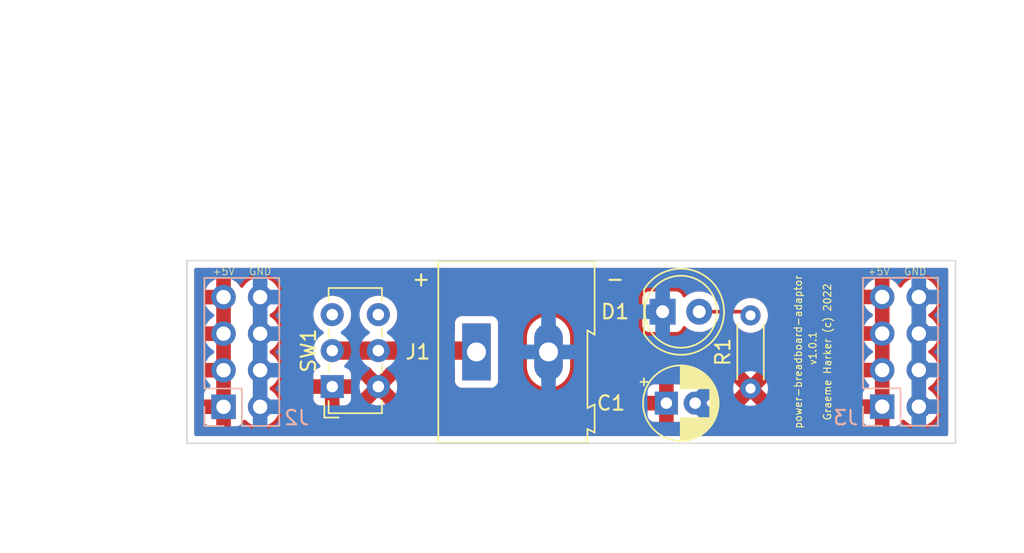
<source format=kicad_pcb>
(kicad_pcb (version 20211014) (generator pcbnew)
  (layers (0 "F.Cu" signal) (31 "B.Cu" signal) (34 "B.Paste" user) (35 "F.Paste" user) (36 "B.SilkS" user "B.Silkscreen") (37 "F.SilkS" user "F.Silkscreen") (38 "B.Mask" user) (39 "F.Mask" user) (44 "Edge.Cuts" user))
  (net 0 "")
  (net 1 "GND")
  (net 2 "Net-(D1-Pad2)")
  (net 3 "+5V")
  (net 4 "/PWR")
  (footprint "TerminalBlock:TerminalBlock_Altech_AK300-2_P5.00mm" (layer "F.Cu") (at 116.615 57.15)
    (fp_text reference "J1" (at -4.064 0) (layer "F.SilkS"))
    (fp_text value "Conn_01x02")
    (fp_line (start 8.2 -1.2) (end 8.2 -6.3) (layer "F.SilkS") (width 0.12))
    (fp_line (start 7.7 6.3) (end 7.7 5.35) (layer "F.SilkS") (width 0.12))
    (fp_line (start 7.7 3.9) (end 7.7 -1.5) (layer "F.SilkS") (width 0.12))
    (fp_line (start 8.2 5.6) (end 8.2 3.7) (layer "F.SilkS") (width 0.12))
    (fp_line (start -2.65 -6.3) (end -2.65 6.3) (layer "F.SilkS") (width 0.12))
    (fp_line (start 7.7 -1.5) (end 8.2 -1.2) (layer "F.SilkS") (width 0.12))
    (fp_line (start -2.65 6.3) (end 7.7 6.3) (layer "F.SilkS") (width 0.12))
    (fp_line (start 8.2 3.7) (end 8.2 3.65) (layer "F.SilkS") (width 0.12))
    (fp_line (start 7.7 5.35) (end 8.2 5.6) (layer "F.SilkS") (width 0.12))
    (fp_line (start 8.2 -6.3) (end -2.65 -6.3) (layer "F.SilkS") (width 0.12))
    (fp_line (start 8.2 3.65) (end 7.7 3.9) (layer "F.SilkS") (width 0.12))
    (pad "1" thru_hole rect locked (at 0 0) (size 1.98 3.96) (drill 1.32) (layers *.Cu *.Mask) (net 3 "+5V"))
    (pad "2" thru_hole oval locked (at 5 0) (size 1.98 3.96) (drill 1.32) (layers *.Cu *.Mask) (net 1 "GND"))
  )
  (footprint "Capacitor_THT:CP_Radial_D5.0mm_P2.00mm" (layer "F.Cu") (at 129.794 60.706)
    (fp_text reference "C1" (at -3.842 0) (layer "F.SilkS"))
    (fp_text value "C_Polarized")
    (fp_line (start 1.44 -2.543) (end 1.44 -1.04) (layer "F.SilkS") (width 0.12))
    (fp_line (start 1 -2.58) (end 1 -1.04) (layer "F.SilkS") (width 0.12))
    (fp_line (start 2.401 -2.175) (end 2.401 -1.04) (layer "F.SilkS") (width 0.12))
    (fp_line (start 2.641 1.04) (end 2.641 2.004) (layer "F.SilkS") (width 0.12))
    (fp_line (start 2.001 -2.382) (end 2.001 -1.04) (layer "F.SilkS") (width 0.12))
    (fp_line (start 2.161 -2.31) (end 2.161 -1.04) (layer "F.SilkS") (width 0.12))
    (fp_line (start 1.801 -2.455) (end 1.801 -1.04) (layer "F.SilkS") (width 0.12))
    (fp_line (start 1.28 1.04) (end 1.28 2.565) (layer "F.SilkS") (width 0.12))
    (fp_line (start 1 1.04) (end 1 2.58) (layer "F.SilkS") (width 0.12))
    (fp_line (start 3.001 1.04) (end 3.001 1.653) (layer "F.SilkS") (width 0.12))
    (fp_line (start 2.521 -2.095) (end 2.521 -1.04) (layer "F.SilkS") (width 0.12))
    (fp_line (start 1.4 -2.55) (end 1.4 -1.04) (layer "F.SilkS") (width 0.12))
    (fp_line (start 2.241 -2.268) (end 2.241 -1.04) (layer "F.SilkS") (width 0.12))
    (fp_line (start 2.841 1.04) (end 2.841 1.826) (layer "F.SilkS") (width 0.12))
    (fp_line (start 1.08 -2.579) (end 1.08 -1.04) (layer "F.SilkS") (width 0.12))
    (fp_line (start 2.321 -2.224) (end 2.321 -1.04) (layer "F.SilkS") (width 0.12))
    (fp_line (start 2.521 1.04) (end 2.521 2.095) (layer "F.SilkS") (width 0.12))
    (fp_line (start 3.601 -0.284) (end 3.601 0.284) (layer "F.SilkS") (width 0.12))
    (fp_line (start 2.441 -2.149) (end 2.441 -1.04) (layer "F.SilkS") (width 0.12))
    (fp_line (start 1.961 -2.398) (end 1.961 -1.04) (layer "F.SilkS") (width 0.12))
    (fp_line (start 2.081 1.04) (end 2.081 2.348) (layer "F.SilkS") (width 0.12))
    (fp_line (start 2.481 -2.122) (end 2.481 -1.04) (layer "F.SilkS") (width 0.12))
    (fp_line (start 1.921 -2.414) (end 1.921 -1.04) (layer "F.SilkS") (width 0.12))
    (fp_line (start 3.481 -0.805) (end 3.481 0.805) (layer "F.SilkS") (width 0.12))
    (fp_line (start 2.361 -2.2) (end 2.361 -1.04) (layer "F.SilkS") (width 0.12))
    (fp_line (start 2.721 -1.937) (end 2.721 -1.04) (layer "F.SilkS") (width 0.12))
    (fp_line (start 2.481 1.04) (end 2.481 2.122) (layer "F.SilkS") (width 0.12))
    (fp_line (start 2.921 1.04) (end 2.921 1.743) (layer "F.SilkS") (width 0.12))
    (fp_line (start 2.641 -2.004) (end 2.641 -1.04) (layer "F.SilkS") (width 0.12))
    (fp_line (start 1.52 1.04) (end 1.52 2.528) (layer "F.SilkS") (width 0.12))
    (fp_line (start 1.801 1.04) (end 1.801 2.455) (layer "F.SilkS") (width 0.12))
    (fp_line (start 1.761 -2.468) (end 1.761 -1.04) (layer "F.SilkS") (width 0.12))
    (fp_line (start 2.801 1.04) (end 2.801 1.864) (layer "F.SilkS") (width 0.12))
    (fp_line (start 1.721 1.04) (end 1.721 2.48) (layer "F.SilkS") (width 0.12))
    (fp_line (start 1.881 -2.428) (end 1.881 -1.04) (layer "F.SilkS") (width 0.12))
    (fp_line (start 2.121 -2.329) (end 2.121 -1.04) (layer "F.SilkS") (width 0.12))
    (fp_line (start 2.321 1.04) (end 2.321 2.224) (layer "F.SilkS") (width 0.12))
    (fp_line (start 2.841 -1.826) (end 2.841 -1.04) (layer "F.SilkS") (width 0.12))
    (fp_line (start 2.281 -2.247) (end 2.281 -1.04) (layer "F.SilkS") (width 0.12))
    (fp_line (start 1.761 1.04) (end 1.761 2.468) (layer "F.SilkS") (width 0.12))
    (fp_line (start 2.121 1.04) (end 2.121 2.329) (layer "F.SilkS") (width 0.12))
    (fp_line (start 3.441 -0.915) (end 3.441 0.915) (layer "F.SilkS") (width 0.12))
    (fp_line (start 2.601 -2.035) (end 2.601 -1.04) (layer "F.SilkS") (width 0.12))
    (fp_line (start 3.241 -1.319) (end 3.241 1.319) (layer "F.SilkS") (width 0.12))
    (fp_line (start 1.4 1.04) (end 1.4 2.55) (layer "F.SilkS") (width 0.12))
    (fp_line (start 1.48 1.04) (end 1.48 2.536) (layer "F.SilkS") (width 0.12))
    (fp_line (start 3.521 -0.677) (end 3.521 0.677) (layer "F.SilkS") (width 0.12))
    (fp_line (start 2.761 -1.901) (end 2.761 -1.04) (layer "F.SilkS") (width 0.12))
    (fp_line (start 1.12 -2.578) (end 1.12 -1.04) (layer "F.SilkS") (width 0.12))
    (fp_line (start 1.36 -2.556) (end 1.36 -1.04) (layer "F.SilkS") (width 0.12))
    (fp_line (start 2.601 1.04) (end 2.601 2.035) (layer "F.SilkS") (width 0.12))
    (fp_line (start -1.554775 -1.725) (end -1.554775 -1.225) (layer "F.SilkS") (width 0.12))
    (fp_line (start 1.68 -2.491) (end 1.68 -1.04) (layer "F.SilkS") (width 0.12))
    (fp_line (start 1.841 1.04) (end 1.841 2.442) (layer "F.SilkS") (width 0.12))
    (fp_line (start 1.961 1.04) (end 1.961 2.398) (layer "F.SilkS") (width 0.12))
    (fp_line (start 1.2 1.04) (end 1.2 2.573) (layer "F.SilkS") (width 0.12))
    (fp_line (start 1.56 1.04) (end 1.56 2.52) (layer "F.SilkS") (width 0.12))
    (fp_line (start 2.161 1.04) (end 2.161 2.31) (layer "F.SilkS") (width 0.12))
    (fp_line (start 2.241 1.04) (end 2.241 2.268) (layer "F.SilkS") (width 0.12))
    (fp_line (start 2.681 1.04) (end 2.681 1.971) (layer "F.SilkS") (width 0.12))
    (fp_line (start 2.201 1.04) (end 2.201 2.29) (layer "F.SilkS") (width 0.12))
    (fp_line (start 1.16 -2.576) (end 1.16 -1.04) (layer "F.SilkS") (width 0.12))
    (fp_line (start 1.64 1.04) (end 1.64 2.501) (layer "F.SilkS") (width 0.12))
    (fp_line (start 1.12 1.04) (end 1.12 2.578) (layer "F.SilkS") (width 0.12))
    (fp_line (start 2.081 -2.348) (end 2.081 -1.04) (layer "F.SilkS") (width 0.12))
    (fp_line (start 3.201 -1.383) (end 3.201 1.383) (layer "F.SilkS") (width 0.12))
    (fp_line (start 1.48 -2.536) (end 1.48 -1.04) (layer "F.SilkS") (width 0.12))
    (fp_line (start 1.24 1.04) (end 1.24 2.569) (layer "F.SilkS") (width 0.12))
    (fp_line (start 1.52 -2.528) (end 1.52 -1.04) (layer "F.SilkS") (width 0.12))
    (fp_line (start 1.6 -2.511) (end 1.6 -1.04) (layer "F.SilkS") (width 0.12))
    (fp_line (start 3.401 -1.011) (end 3.401 1.011) (layer "F.SilkS") (width 0.12))
    (fp_line (start 2.561 -2.065) (end 2.561 -1.04) (layer "F.SilkS") (width 0.12))
    (fp_line (start 1.721 -2.48) (end 1.721 -1.04) (layer "F.SilkS") (width 0.12))
    (fp_line (start 1.04 -2.58) (end 1.04 -1.04) (layer "F.SilkS") (width 0.12))
    (fp_line (start 1.921 1.04) (end 1.921 2.414) (layer "F.SilkS") (width 0.12))
    (fp_line (start 1.32 1.04) (end 1.32 2.561) (layer "F.SilkS") (width 0.12))
    (fp_line (start 2.921 -1.743) (end 2.921 -1.04) (layer "F.SilkS") (width 0.12))
    (fp_line (start 2.721 1.04) (end 2.721 1.937) (layer "F.SilkS") (width 0.12))
    (fp_line (start 3.161 -1.443) (end 3.161 1.443) (layer "F.SilkS") (width 0.12))
    (fp_line (start 2.041 -2.365) (end 2.041 -1.04) (layer "F.SilkS") (width 0.12))
    (fp_line (start 3.081 -1.554) (end 3.081 1.554) (layer "F.SilkS") (width 0.12))
    (fp_line (start 1.68 1.04) (end 1.68 2.491) (layer "F.SilkS") (width 0.12))
    (fp_line (start 2.281 1.04) (end 2.281 2.247) (layer "F.SilkS") (width 0.12))
    (fp_line (start 2.961 -1.699) (end 2.961 -1.04) (layer "F.SilkS") (width 0.12))
    (fp_line (start 3.321 -1.178) (end 3.321 1.178) (layer "F.SilkS") (width 0.12))
    (fp_line (start 3.001 -1.653) (end 3.001 -1.04) (layer "F.SilkS") (width 0.12))
    (fp_line (start 2.441 1.04) (end 2.441 2.149) (layer "F.SilkS") (width 0.12))
    (fp_line (start 2.361 1.04) (end 2.361 2.2) (layer "F.SilkS") (width 0.12))
    (fp_line (start 2.961 1.04) (end 2.961 1.699) (layer "F.SilkS") (width 0.12))
    (fp_line (start 3.041 -1.605) (end 3.041 1.605) (layer "F.SilkS") (width 0.12))
    (fp_line (start 1.6 1.04) (end 1.6 2.511) (layer "F.SilkS") (width 0.12))
    (fp_line (start 1.24 -2.569) (end 1.24 -1.04) (layer "F.SilkS") (width 0.12))
    (fp_line (start 2.801 -1.864) (end 2.801 -1.04) (layer "F.SilkS") (width 0.12))
    (fp_line (start 1.56 -2.52) (end 1.56 -1.04) (layer "F.SilkS") (width 0.12))
    (fp_line (start 3.561 -0.518) (end 3.561 0.518) (layer "F.SilkS") (width 0.12))
    (fp_line (start 1.04 1.04) (end 1.04 2.58) (layer "F.SilkS") (width 0.12))
    (fp_line (start 2.401 1.04) (end 2.401 2.175) (layer "F.SilkS") (width 0.12))
    (fp_line (start 3.361 -1.098) (end 3.361 1.098) (layer "F.SilkS") (width 0.12))
    (fp_line (start 3.121 -1.5) (end 3.121 1.5) (layer "F.SilkS") (width 0.12))
    (fp_line (start 2.561 1.04) (end 2.561 2.065) (layer "F.SilkS") (width 0.12))
    (fp_line (start 1.32 -2.561) (end 1.32 -1.04) (layer "F.SilkS") (width 0.12))
    (fp_line (start 1.16 1.04) (end 1.16 2.576) (layer "F.SilkS") (width 0.12))
    (fp_line (start 1.08 1.04) (end 1.08 2.579) (layer "F.SilkS") (width 0.12))
    (fp_line (start 2.761 1.04) (end 2.761 1.901) (layer "F.SilkS") (width 0.12))
    (fp_line (start 3.281 -1.251) (end 3.281 1.251) (layer "F.SilkS") (width 0.12))
    (fp_line (start 1.36 1.04) (end 1.36 2.556) (layer "F.SilkS") (width 0.12))
    (fp_line (start 1.44 1.04) (end 1.44 2.543) (layer "F.SilkS") (width 0.12))
    (fp_line (start 2.201 -2.29) (end 2.201 -1.04) (layer "F.SilkS") (width 0.12))
    (fp_line (start -1.804775 -1.475) (end -1.304775 -1.475) (layer "F.SilkS") (width 0.12))
    (fp_line (start 2.041 1.04) (end 2.041 2.365) (layer "F.SilkS") (width 0.12))
    (fp_line (start 1.28 -2.565) (end 1.28 -1.04) (layer "F.SilkS") (width 0.12))
    (fp_line (start 2.001 1.04) (end 2.001 2.382) (layer "F.SilkS") (width 0.12))
    (fp_line (start 1.881 1.04) (end 1.881 2.428) (layer "F.SilkS") (width 0.12))
    (fp_line (start 2.881 1.04) (end 2.881 1.785) (layer "F.SilkS") (width 0.12))
    (fp_line (start 2.881 -1.785) (end 2.881 -1.04) (layer "F.SilkS") (width 0.12))
    (fp_line (start 2.681 -1.971) (end 2.681 -1.04) (layer "F.SilkS") (width 0.12))
    (fp_line (start 1.64 -2.501) (end 1.64 -1.04) (layer "F.SilkS") (width 0.12))
    (fp_line (start 1.2 -2.573) (end 1.2 -1.04) (layer "F.SilkS") (width 0.12))
    (fp_line (start 1.841 -2.442) (end 1.841 -1.04) (layer "F.SilkS") (width 0.12))
    (fp_circle (center 1 0) (end 3.62 0) (layer "F.SilkS") (width 0.12) (fill none))
    (pad "1" thru_hole rect locked (at 0 0) (size 1.6 1.6) (drill 0.8) (layers *.Cu *.Mask) (net 4 "/PWR"))
    (pad "2" thru_hole circle locked (at 2 0) (size 1.6 1.6) (drill 0.8) (layers *.Cu *.Mask) (net 1 "GND"))
  )
  (footprint "LED_THT:LED_D5.0mm" (layer "F.Cu") (at 129.535 54.356)
    (fp_text reference "D1" (at -3.302 0) (layer "F.SilkS"))
    (fp_text value "LED")
    (fp_line (start -1.29 -1.545) (end -1.29 1.545) (layer "F.SilkS") (width 0.12))
    (fp_arc (start -1.29 -1.54483) (mid 2.072002 -2.880433) (end 4.26 0.000462) (layer "F.SilkS") (width 0.12))
    (fp_arc (start 4.26 -0.000462) (mid 2.072002 2.880433) (end -1.29 1.54483) (layer "F.SilkS") (width 0.12))
    (fp_circle (center 1.27 0) (end 3.77 0) (layer "F.SilkS") (width 0.12) (fill none))
    (pad "1" thru_hole rect locked (at 0 0) (size 1.8 1.8) (drill 0.9) (layers *.Cu *.Mask) (net 1 "GND"))
    (pad "2" thru_hole circle locked (at 2.54 0) (size 1.8 1.8) (drill 0.9) (layers *.Cu *.Mask) (net 2 "Net-(D1-Pad2)"))
  )
  (footprint "Resistor_THT:R_Axial_DIN0204_L3.6mm_D1.6mm_P5.08mm_Horizontal" (layer "F.Cu") (at 135.636 59.69 90)
    (fp_text reference "R1" (at 2.54 -1.92 90) (layer "F.SilkS"))
    (fp_text value "R")
    (fp_line (start 0.62 0.92) (end 4.46 0.92) (layer "F.SilkS") (width 0.12))
    (fp_line (start 0.62 -0.92) (end 4.46 -0.92) (layer "F.SilkS") (width 0.12))
    (pad "1" thru_hole circle locked (at 0 0 90) (size 1.4 1.4) (drill 0.7) (layers *.Cu *.Mask) (net 4 "/PWR"))
    (pad "2" thru_hole oval locked (at 5.08 0 90) (size 1.4 1.4) (drill 0.7) (layers *.Cu *.Mask) (net 2 "Net-(D1-Pad2)"))
  )
  (footprint "Button_Switch_THT:SW_E-Switch_EG1271_DPDT" (layer "F.Cu") (at 106.604 59.5575 90)
    (fp_text reference "SW1" (at 2.5 -1.65 90) (layer "F.SilkS"))
    (fp_text value "SW_Push_DPDT")
    (fp_line (start 1.53 3.45) (end 0.97 3.45) (layer "F.SilkS") (width 0.12))
    (fp_line (start -1.85 3.45) (end -1.85 -0.25) (layer "F.SilkS") (width 0.12))
    (fp_line (start -2.15 -0.55) (end -1.15 -0.55) (layer "F.SilkS") (width 0.12))
    (fp_line (start -0.97 3.45) (end -1.85 3.45) (layer "F.SilkS") (width 0.12))
    (fp_line (start 6.85 -0.25) (end 6.85 3.45) (layer "F.SilkS") (width 0.12))
    (fp_line (start 3.47 -0.25) (end 4.03 -0.25) (layer "F.SilkS") (width 0.12))
    (fp_line (start 1 -0.25) (end 1.53 -0.25) (layer "F.SilkS") (width 0.12))
    (fp_line (start 5.97 -0.25) (end 6.85 -0.25) (layer "F.SilkS") (width 0.12))
    (fp_line (start 4.02 3.45) (end 3.47 3.45) (layer "F.SilkS") (width 0.12))
    (fp_line (start -1.85 -0.25) (end -1 -0.25) (layer "F.SilkS") (width 0.12))
    (fp_line (start 6.85 3.45) (end 5.98 3.45) (layer "F.SilkS") (width 0.12))
    (fp_line (start -2.15 0.45) (end -2.15 -0.55) (layer "F.SilkS") (width 0.12))
    (pad "1" thru_hole rect locked (at 0 0 90) (size 1.6 1.6) (drill 0.8) (layers *.Cu *.Mask) (net 4 "/PWR"))
    (pad "2" thru_hole circle locked (at 2.5 0 90) (size 1.6 1.6) (drill 0.8) (layers *.Cu *.Mask) (net 3 "+5V"))
    (pad "3" thru_hole circle locked (at 5 0 90) (size 1.6 1.6) (drill 0.8) (layers *.Cu *.Mask))
    (pad "4" thru_hole circle locked (at 0 3.2 90) (size 1.6 1.6) (drill 0.8) (layers *.Cu *.Mask) (net 4 "/PWR"))
    (pad "5" thru_hole circle locked (at 2.5 3.2 90) (size 1.6 1.6) (drill 0.8) (layers *.Cu *.Mask) (net 3 "+5V"))
    (pad "6" thru_hole circle locked (at 5 3.2 90) (size 1.6 1.6) (drill 0.8) (layers *.Cu *.Mask))
  )
  (footprint "Connector_PinHeader_2.54mm:PinHeader_2x04_P2.54mm_Vertical" (layer "B.Cu") (at 99.06 60.96)
    (fp_text reference "J2" (at 5.08 0.762) (layer "B.SilkS") (effects (justify mirror)))
    (fp_text value "Conn_02x04_Odd_Even")
    (fp_line (start 1.27 1.33) (end 3.87 1.33) (layer "B.SilkS") (width 0.12))
    (fp_line (start -1.33 -1.27) (end 1.27 -1.27) (layer "B.SilkS") (width 0.12))
    (fp_line (start -1.33 1.33) (end 0 1.33) (layer "B.SilkS") (width 0.12))
    (fp_line (start -1.33 -8.95) (end 3.87 -8.95) (layer "B.SilkS") (width 0.12))
    (fp_line (start -1.33 0) (end -1.33 1.33) (layer "B.SilkS") (width 0.12))
    (fp_line (start -1.33 -1.27) (end -1.33 -8.95) (layer "B.SilkS") (width 0.12))
    (fp_line (start 1.27 -1.27) (end 1.27 1.33) (layer "B.SilkS") (width 0.12))
    (fp_line (start 3.87 1.33) (end 3.87 -8.95) (layer "B.SilkS") (width 0.12))
    (pad "1" thru_hole rect locked (at 0 0) (size 1.7 1.7) (drill 1) (layers *.Cu *.Mask) (net 4 "/PWR"))
    (pad "2" thru_hole oval locked (at 2.54 0) (size 1.7 1.7) (drill 1) (layers *.Cu *.Mask) (net 1 "GND"))
    (pad "3" thru_hole oval locked (at 0 -2.54) (size 1.7 1.7) (drill 1) (layers *.Cu *.Mask) (net 4 "/PWR"))
    (pad "4" thru_hole oval locked (at 2.54 -2.54) (size 1.7 1.7) (drill 1) (layers *.Cu *.Mask) (net 1 "GND"))
    (pad "5" thru_hole oval locked (at 0 -5.08) (size 1.7 1.7) (drill 1) (layers *.Cu *.Mask) (net 4 "/PWR"))
    (pad "6" thru_hole oval locked (at 2.54 -5.08) (size 1.7 1.7) (drill 1) (layers *.Cu *.Mask) (net 1 "GND"))
    (pad "7" thru_hole oval locked (at 0 -7.62) (size 1.7 1.7) (drill 1) (layers *.Cu *.Mask) (net 4 "/PWR"))
    (pad "8" thru_hole oval locked (at 2.54 -7.62) (size 1.7 1.7) (drill 1) (layers *.Cu *.Mask) (net 1 "GND"))
  )
  (footprint "Connector_PinHeader_2.54mm:PinHeader_2x04_P2.54mm_Vertical" (layer "B.Cu") (at 144.775 60.95)
    (fp_text reference "J3" (at -2.535 0.772) (layer "B.SilkS") (effects (justify mirror)))
    (fp_text value "Conn_02x04_Odd_Even")
    (fp_line (start -1.33 1.33) (end 0 1.33) (layer "B.SilkS") (width 0.12))
    (fp_line (start -1.33 -1.27) (end -1.33 -8.95) (layer "B.SilkS") (width 0.12))
    (fp_line (start -1.33 0) (end -1.33 1.33) (layer "B.SilkS") (width 0.12))
    (fp_line (start 1.27 1.33) (end 3.87 1.33) (layer "B.SilkS") (width 0.12))
    (fp_line (start 3.87 1.33) (end 3.87 -8.95) (layer "B.SilkS") (width 0.12))
    (fp_line (start -1.33 -8.95) (end 3.87 -8.95) (layer "B.SilkS") (width 0.12))
    (fp_line (start 1.27 -1.27) (end 1.27 1.33) (layer "B.SilkS") (width 0.12))
    (fp_line (start -1.33 -1.27) (end 1.27 -1.27) (layer "B.SilkS") (width 0.12))
    (pad "1" thru_hole rect locked (at 0 0) (size 1.7 1.7) (drill 1) (layers *.Cu *.Mask) (net 4 "/PWR"))
    (pad "2" thru_hole oval locked (at 2.54 0) (size 1.7 1.7) (drill 1) (layers *.Cu *.Mask) (net 1 "GND"))
    (pad "3" thru_hole oval locked (at 0 -2.54) (size 1.7 1.7) (drill 1) (layers *.Cu *.Mask) (net 4 "/PWR"))
    (pad "4" thru_hole oval locked (at 2.54 -2.54) (size 1.7 1.7) (drill 1) (layers *.Cu *.Mask) (net 1 "GND"))
    (pad "5" thru_hole oval locked (at 0 -5.08) (size 1.7 1.7) (drill 1) (layers *.Cu *.Mask) (net 4 "/PWR"))
    (pad "6" thru_hole oval locked (at 2.54 -5.08) (size 1.7 1.7) (drill 1) (layers *.Cu *.Mask) (net 1 "GND"))
    (pad "7" thru_hole oval locked (at 0 -7.62) (size 1.7 1.7) (drill 1) (layers *.Cu *.Mask) (net 4 "/PWR"))
    (pad "8" thru_hole oval locked (at 2.54 -7.62) (size 1.7 1.7) (drill 1) (layers *.Cu *.Mask) (net 1 "GND"))
  )
  (gr_rect (start 96.52 50.8) (end 149.86 63.5) (layer "Edge.Cuts") (width 0.1) (fill none))
  (gr_text "+" (at 112.776 52.07) (layer "F.SilkS") (effects (font (size 1 1))))
  (gr_text "GND" (at 147.066 51.562) (layer "F.SilkS") (effects (font (size 0.508 0.508) (thickness 0.0508))))
  (gr_text "power-breadboard-adaptor" (at 138.938 57.15 90) (layer "F.SilkS") (effects (font (size 0.508 0.508) (thickness 0.0762))))
  (gr_text "+5V\n" (at 99.06 51.562) (layer "F.SilkS") (effects (font (size 0.508 0.508) (thickness 0.0508))))
  (gr_text "+5V\n" (at 144.526 51.562) (layer "F.SilkS") (effects (font (size 0.508 0.508) (thickness 0.0508))))
  (gr_text "Graeme Harker (c) 2022" (at 140.97 57.15 90) (layer "F.SilkS") (effects (font (size 0.508 0.508) (thickness 0.0762))))
  (gr_text "v1.0.1" (at 139.954 56.896 90) (layer "F.SilkS") (effects (font (size 0.508 0.508) (thickness 0.0762))))
  (gr_text "GND" (at 101.6 51.562) (layer "F.SilkS") (effects (font (size 0.508 0.508) (thickness 0.0508))))
  (gr_text "-" (at 126.238 52.07) (layer "F.SilkS") (effects (font (size 1 1))))
  (segment (start 135.382 54.356) (end 135.636 54.61) (width 0.25) (layer "F.Cu") (net 2))
  (segment (start 132.075 54.356) (end 135.382 54.356) (width 0.25) (layer "F.Cu") (net 2))
  (segment (start 116.5225 57.0575) (end 116.615 57.15) (width 0.25) (layer "F.Cu") (net 3))
  (segment (start 106.604 57.0575) (end 116.5225 57.0575) (width 1.27) (layer "F.Cu") (net 3))
  (zone (net 4) (net_name "/PWR") (layer "F.Cu") (connect_pads (clearance 0.508)) (min_thickness 0.254) (fill yes (thermal_gap 0.508) (thermal_bridge_width 1.016))
    (polygon (pts (xy 152.4 71.12) (xy 93.98 71.12) (xy 93.98 48.26) (xy 152.4 48.26)))
  )
  (zone (net 1) (net_name "GND") (layer "B.Cu") (connect_pads (clearance 0.508)) (min_thickness 0.254) (fill yes (thermal_gap 0.762) (thermal_bridge_width 1.016))
    (polygon (pts (xy 152.4 71.12) (xy 93.98 71.12) (xy 93.98 48.26) (xy 152.4 48.26)))
  )
)
</source>
